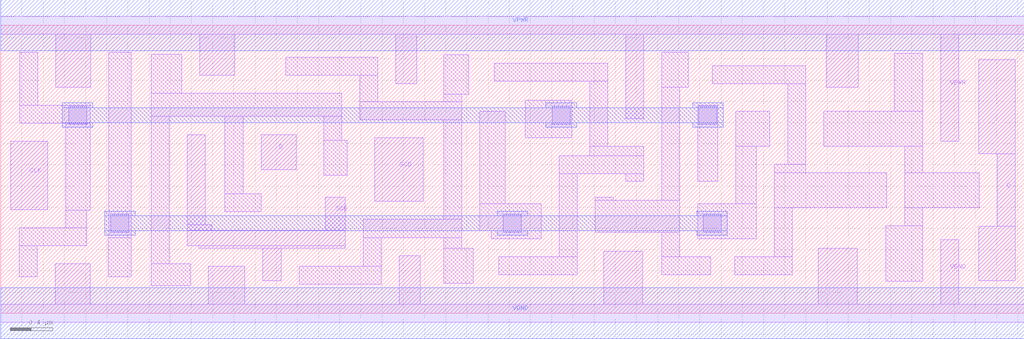
<source format=lef>
# Copyright 2020 The SkyWater PDK Authors
#
# Licensed under the Apache License, Version 2.0 (the "License");
# you may not use this file except in compliance with the License.
# You may obtain a copy of the License at
#
#     https://www.apache.org/licenses/LICENSE-2.0
#
# Unless required by applicable law or agreed to in writing, software
# distributed under the License is distributed on an "AS IS" BASIS,
# WITHOUT WARRANTIES OR CONDITIONS OF ANY KIND, either express or implied.
# See the License for the specific language governing permissions and
# limitations under the License.
#
# SPDX-License-Identifier: Apache-2.0

VERSION 5.5 ;
NAMESCASESENSITIVE ON ;
BUSBITCHARS "[]" ;
DIVIDERCHAR "/" ;
MACRO sky130_fd_sc_hd__sdfxtp_1
  CLASS CORE ;
  SOURCE USER ;
  ORIGIN  0.000000  0.000000 ;
  SIZE  9.660000 BY  2.720000 ;
  SYMMETRY X Y R90 ;
  SITE unithd ;
  PIN D
    ANTENNAGATEAREA  0.159000 ;
    DIRECTION INPUT ;
    USE SIGNAL ;
    PORT
      LAYER li1 ;
        RECT 2.460000 1.355000 2.790000 1.685000 ;
    END
  END D
  PIN Q
    ANTENNADIFFAREA  0.429000 ;
    DIRECTION OUTPUT ;
    USE SIGNAL ;
    PORT
      LAYER li1 ;
        RECT 9.230000 0.305000 9.575000 0.820000 ;
        RECT 9.230000 1.505000 9.575000 2.395000 ;
        RECT 9.405000 0.820000 9.575000 1.505000 ;
    END
  END Q
  PIN SCD
    ANTENNAGATEAREA  0.159000 ;
    DIRECTION INPUT ;
    USE SIGNAL ;
    PORT
      LAYER li1 ;
        RECT 3.530000 1.055000 3.990000 1.655000 ;
    END
  END SCD
  PIN SCE
    ANTENNAGATEAREA  0.318000 ;
    DIRECTION INPUT ;
    USE SIGNAL ;
    PORT
      LAYER li1 ;
        RECT 1.760000 0.635000 3.250000 0.785000 ;
        RECT 1.760000 0.785000 1.990000 0.835000 ;
        RECT 1.760000 0.835000 1.930000 1.685000 ;
        RECT 1.870000 0.615000 3.250000 0.635000 ;
        RECT 2.475000 0.305000 2.650000 0.615000 ;
        RECT 3.065000 0.785000 3.250000 1.095000 ;
    END
  END SCE
  PIN CLK
    ANTENNAGATEAREA  0.159000 ;
    DIRECTION INPUT ;
    USE CLOCK ;
    PORT
      LAYER li1 ;
        RECT 0.095000 0.975000 0.445000 1.625000 ;
    END
  END CLK
  PIN VGND
    DIRECTION INOUT ;
    SHAPE ABUTMENT ;
    USE GROUND ;
    PORT
      LAYER li1 ;
        RECT 0.000000 -0.085000 9.660000 0.085000 ;
        RECT 0.515000  0.085000 0.845000 0.465000 ;
        RECT 1.960000  0.085000 2.305000 0.445000 ;
        RECT 3.760000  0.085000 3.960000 0.545000 ;
        RECT 5.690000  0.085000 6.060000 0.585000 ;
        RECT 7.715000  0.085000 8.085000 0.615000 ;
        RECT 8.875000  0.085000 9.045000 0.695000 ;
    END
    PORT
      LAYER met1 ;
        RECT 0.000000 -0.240000 9.660000 0.240000 ;
    END
  END VGND
  PIN VNB
    DIRECTION INOUT ;
    USE GROUND ;
    PORT
    END
  END VNB
  PIN VPB
    DIRECTION INOUT ;
    USE POWER ;
    PORT
    END
  END VPB
  PIN VPWR
    DIRECTION INOUT ;
    SHAPE ABUTMENT ;
    USE POWER ;
    PORT
      LAYER li1 ;
        RECT 0.000000 2.635000 9.660000 2.805000 ;
        RECT 0.520000 2.135000 0.850000 2.635000 ;
        RECT 1.880000 2.245000 2.210000 2.635000 ;
        RECT 3.730000 2.165000 3.925000 2.635000 ;
        RECT 5.900000 1.835000 6.070000 2.635000 ;
        RECT 7.790000 2.135000 8.095000 2.635000 ;
        RECT 8.875000 1.625000 9.045000 2.635000 ;
    END
    PORT
      LAYER met1 ;
        RECT 0.000000 2.480000 9.660000 2.960000 ;
    END
  END VPWR
  OBS
    LAYER li1 ;
      RECT 0.175000 0.345000 0.345000 0.635000 ;
      RECT 0.175000 0.635000 0.810000 0.805000 ;
      RECT 0.180000 1.795000 0.845000 1.965000 ;
      RECT 0.180000 1.965000 0.350000 2.465000 ;
      RECT 0.615000 0.805000 0.810000 0.970000 ;
      RECT 0.615000 0.970000 0.845000 1.795000 ;
      RECT 1.015000 0.345000 1.230000 0.715000 ;
      RECT 1.020000 0.715000 1.230000 2.465000 ;
      RECT 1.420000 0.260000 1.790000 0.465000 ;
      RECT 1.420000 0.465000 1.590000 1.860000 ;
      RECT 1.420000 1.860000 3.220000 2.075000 ;
      RECT 1.420000 2.075000 1.710000 2.445000 ;
      RECT 2.115000 0.960000 2.460000 1.130000 ;
      RECT 2.115000 1.130000 2.290000 1.860000 ;
      RECT 2.690000 2.245000 3.560000 2.415000 ;
      RECT 2.820000 0.275000 3.590000 0.445000 ;
      RECT 3.050000 1.305000 3.270000 1.635000 ;
      RECT 3.050000 1.635000 3.220000 1.860000 ;
      RECT 3.390000 1.825000 4.350000 1.995000 ;
      RECT 3.390000 1.995000 3.560000 2.245000 ;
      RECT 3.420000 0.445000 3.590000 0.715000 ;
      RECT 3.420000 0.715000 4.350000 0.885000 ;
      RECT 4.180000 0.285000 4.460000 0.615000 ;
      RECT 4.180000 0.615000 4.350000 0.715000 ;
      RECT 4.180000 0.885000 4.350000 1.825000 ;
      RECT 4.180000 1.995000 4.350000 2.065000 ;
      RECT 4.180000 2.065000 4.420000 2.440000 ;
      RECT 4.520000 0.780000 5.100000 1.035000 ;
      RECT 4.520000 1.035000 4.760000 1.905000 ;
      RECT 4.630000 0.705000 5.100000 0.780000 ;
      RECT 4.660000 2.190000 5.730000 2.360000 ;
      RECT 4.700000 0.365000 5.440000 0.535000 ;
      RECT 4.950000 1.655000 5.390000 2.010000 ;
      RECT 5.270000 0.535000 5.440000 1.315000 ;
      RECT 5.270000 1.315000 6.070000 1.485000 ;
      RECT 5.560000 1.485000 6.070000 1.575000 ;
      RECT 5.560000 1.575000 5.730000 2.190000 ;
      RECT 5.610000 0.765000 6.410000 1.065000 ;
      RECT 5.610000 1.065000 5.780000 1.095000 ;
      RECT 5.900000 1.245000 6.070000 1.315000 ;
      RECT 6.240000 0.365000 6.700000 0.535000 ;
      RECT 6.240000 0.535000 6.410000 0.765000 ;
      RECT 6.240000 1.065000 6.410000 2.135000 ;
      RECT 6.240000 2.135000 6.490000 2.465000 ;
      RECT 6.580000 0.705000 7.130000 1.035000 ;
      RECT 6.580000 1.245000 6.770000 1.965000 ;
      RECT 6.715000 2.165000 7.600000 2.335000 ;
      RECT 6.930000 0.365000 7.470000 0.535000 ;
      RECT 6.940000 1.035000 7.130000 1.575000 ;
      RECT 6.940000 1.575000 7.260000 1.905000 ;
      RECT 7.300000 0.535000 7.470000 0.995000 ;
      RECT 7.300000 0.995000 8.365000 1.325000 ;
      RECT 7.300000 1.325000 7.600000 1.405000 ;
      RECT 7.430000 1.405000 7.600000 2.165000 ;
      RECT 7.770000 1.575000 8.705000 1.905000 ;
      RECT 8.355000 0.300000 8.705000 0.825000 ;
      RECT 8.435000 1.905000 8.705000 2.455000 ;
      RECT 8.535000 0.825000 8.705000 0.995000 ;
      RECT 8.535000 0.995000 9.235000 1.325000 ;
      RECT 8.535000 1.325000 8.705000 1.575000 ;
    LAYER mcon ;
      RECT 0.640000 1.785000 0.810000 1.955000 ;
      RECT 1.040000 0.765000 1.210000 0.935000 ;
      RECT 4.745000 0.765000 4.915000 0.935000 ;
      RECT 5.205000 1.785000 5.375000 1.955000 ;
      RECT 6.590000 1.785000 6.760000 1.955000 ;
      RECT 6.630000 0.765000 6.800000 0.935000 ;
    LAYER met1 ;
      RECT 0.580000 1.755000 0.870000 1.800000 ;
      RECT 0.580000 1.800000 6.820000 1.940000 ;
      RECT 0.580000 1.940000 0.870000 1.985000 ;
      RECT 0.980000 0.735000 1.270000 0.780000 ;
      RECT 0.980000 0.780000 6.860000 0.920000 ;
      RECT 0.980000 0.920000 1.270000 0.965000 ;
      RECT 4.685000 0.735000 4.975000 0.780000 ;
      RECT 4.685000 0.920000 4.975000 0.965000 ;
      RECT 5.145000 1.755000 5.435000 1.800000 ;
      RECT 5.145000 1.940000 5.435000 1.985000 ;
      RECT 6.530000 1.755000 6.820000 1.800000 ;
      RECT 6.530000 1.940000 6.820000 1.985000 ;
      RECT 6.570000 0.735000 6.860000 0.780000 ;
      RECT 6.570000 0.920000 6.860000 0.965000 ;
  END
END sky130_fd_sc_hd__sdfxtp_1
END LIBRARY

</source>
